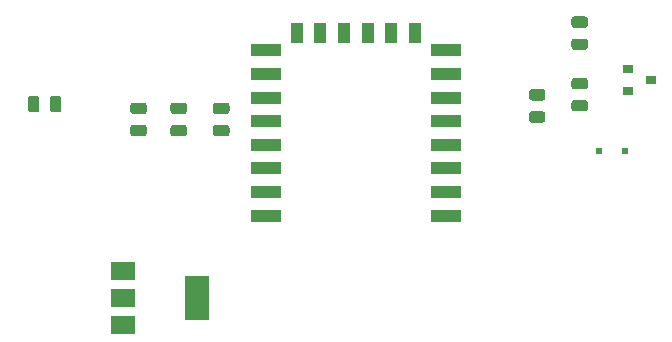
<source format=gbp>
G04 #@! TF.GenerationSoftware,KiCad,Pcbnew,5.1.12-84ad8e8a86~92~ubuntu20.04.1*
G04 #@! TF.CreationDate,2021-11-22T17:19:42+01:00*
G04 #@! TF.ProjectId,iotOnOff,696f744f-6e4f-4666-962e-6b696361645f,rev?*
G04 #@! TF.SameCoordinates,Original*
G04 #@! TF.FileFunction,Paste,Bot*
G04 #@! TF.FilePolarity,Positive*
%FSLAX46Y46*%
G04 Gerber Fmt 4.6, Leading zero omitted, Abs format (unit mm)*
G04 Created by KiCad (PCBNEW 5.1.12-84ad8e8a86~92~ubuntu20.04.1) date 2021-11-22 17:19:42*
%MOMM*%
%LPD*%
G01*
G04 APERTURE LIST*
%ADD10R,2.500000X1.000000*%
%ADD11R,1.000000X1.800000*%
%ADD12R,2.000000X3.800000*%
%ADD13R,2.000000X1.500000*%
%ADD14R,0.900000X0.800000*%
%ADD15R,0.500000X0.500000*%
G04 APERTURE END LIST*
D10*
X128550000Y-99650000D03*
X128550000Y-97650000D03*
X128550000Y-95650000D03*
X128550000Y-93650000D03*
X128550000Y-91650000D03*
X128550000Y-89650000D03*
X128550000Y-87650000D03*
X128550000Y-85650000D03*
D11*
X131150000Y-84150000D03*
X133150000Y-84150000D03*
X135150000Y-84150000D03*
X137150000Y-84150000D03*
X139150000Y-84150000D03*
X141150000Y-84150000D03*
D10*
X143750000Y-85650000D03*
X143750000Y-87650000D03*
X143750000Y-89650000D03*
X143750000Y-91650000D03*
X143750000Y-93650000D03*
X143750000Y-95650000D03*
X143750000Y-97650000D03*
X143750000Y-99650000D03*
D12*
X122700000Y-106600000D03*
D13*
X116400000Y-106600000D03*
X116400000Y-104300000D03*
X116400000Y-108900000D03*
G36*
G01*
X125206250Y-92925000D02*
X124293750Y-92925000D01*
G75*
G02*
X124050000Y-92681250I0J243750D01*
G01*
X124050000Y-92193750D01*
G75*
G02*
X124293750Y-91950000I243750J0D01*
G01*
X125206250Y-91950000D01*
G75*
G02*
X125450000Y-92193750I0J-243750D01*
G01*
X125450000Y-92681250D01*
G75*
G02*
X125206250Y-92925000I-243750J0D01*
G01*
G37*
G36*
G01*
X125206250Y-91050000D02*
X124293750Y-91050000D01*
G75*
G02*
X124050000Y-90806250I0J243750D01*
G01*
X124050000Y-90318750D01*
G75*
G02*
X124293750Y-90075000I243750J0D01*
G01*
X125206250Y-90075000D01*
G75*
G02*
X125450000Y-90318750I0J-243750D01*
G01*
X125450000Y-90806250D01*
G75*
G02*
X125206250Y-91050000I-243750J0D01*
G01*
G37*
G36*
G01*
X108375000Y-90656250D02*
X108375000Y-89743750D01*
G75*
G02*
X108618750Y-89500000I243750J0D01*
G01*
X109106250Y-89500000D01*
G75*
G02*
X109350000Y-89743750I0J-243750D01*
G01*
X109350000Y-90656250D01*
G75*
G02*
X109106250Y-90900000I-243750J0D01*
G01*
X108618750Y-90900000D01*
G75*
G02*
X108375000Y-90656250I0J243750D01*
G01*
G37*
G36*
G01*
X110250000Y-90656250D02*
X110250000Y-89743750D01*
G75*
G02*
X110493750Y-89500000I243750J0D01*
G01*
X110981250Y-89500000D01*
G75*
G02*
X111225000Y-89743750I0J-243750D01*
G01*
X111225000Y-90656250D01*
G75*
G02*
X110981250Y-90900000I-243750J0D01*
G01*
X110493750Y-90900000D01*
G75*
G02*
X110250000Y-90656250I0J243750D01*
G01*
G37*
G36*
G01*
X155556250Y-85625000D02*
X154643750Y-85625000D01*
G75*
G02*
X154400000Y-85381250I0J243750D01*
G01*
X154400000Y-84893750D01*
G75*
G02*
X154643750Y-84650000I243750J0D01*
G01*
X155556250Y-84650000D01*
G75*
G02*
X155800000Y-84893750I0J-243750D01*
G01*
X155800000Y-85381250D01*
G75*
G02*
X155556250Y-85625000I-243750J0D01*
G01*
G37*
G36*
G01*
X155556250Y-83750000D02*
X154643750Y-83750000D01*
G75*
G02*
X154400000Y-83506250I0J243750D01*
G01*
X154400000Y-83018750D01*
G75*
G02*
X154643750Y-82775000I243750J0D01*
G01*
X155556250Y-82775000D01*
G75*
G02*
X155800000Y-83018750I0J-243750D01*
G01*
X155800000Y-83506250D01*
G75*
G02*
X155556250Y-83750000I-243750J0D01*
G01*
G37*
G36*
G01*
X154643750Y-87975000D02*
X155556250Y-87975000D01*
G75*
G02*
X155800000Y-88218750I0J-243750D01*
G01*
X155800000Y-88706250D01*
G75*
G02*
X155556250Y-88950000I-243750J0D01*
G01*
X154643750Y-88950000D01*
G75*
G02*
X154400000Y-88706250I0J243750D01*
G01*
X154400000Y-88218750D01*
G75*
G02*
X154643750Y-87975000I243750J0D01*
G01*
G37*
G36*
G01*
X154643750Y-89850000D02*
X155556250Y-89850000D01*
G75*
G02*
X155800000Y-90093750I0J-243750D01*
G01*
X155800000Y-90581250D01*
G75*
G02*
X155556250Y-90825000I-243750J0D01*
G01*
X154643750Y-90825000D01*
G75*
G02*
X154400000Y-90581250I0J243750D01*
G01*
X154400000Y-90093750D01*
G75*
G02*
X154643750Y-89850000I243750J0D01*
G01*
G37*
G36*
G01*
X117293750Y-90075000D02*
X118206250Y-90075000D01*
G75*
G02*
X118450000Y-90318750I0J-243750D01*
G01*
X118450000Y-90806250D01*
G75*
G02*
X118206250Y-91050000I-243750J0D01*
G01*
X117293750Y-91050000D01*
G75*
G02*
X117050000Y-90806250I0J243750D01*
G01*
X117050000Y-90318750D01*
G75*
G02*
X117293750Y-90075000I243750J0D01*
G01*
G37*
G36*
G01*
X117293750Y-91950000D02*
X118206250Y-91950000D01*
G75*
G02*
X118450000Y-92193750I0J-243750D01*
G01*
X118450000Y-92681250D01*
G75*
G02*
X118206250Y-92925000I-243750J0D01*
G01*
X117293750Y-92925000D01*
G75*
G02*
X117050000Y-92681250I0J243750D01*
G01*
X117050000Y-92193750D01*
G75*
G02*
X117293750Y-91950000I243750J0D01*
G01*
G37*
D14*
X159150000Y-89100000D03*
X159150000Y-87200000D03*
X161150000Y-88150000D03*
D15*
X156700000Y-94150000D03*
X158900000Y-94150000D03*
G36*
G01*
X121606250Y-92925000D02*
X120693750Y-92925000D01*
G75*
G02*
X120450000Y-92681250I0J243750D01*
G01*
X120450000Y-92193750D01*
G75*
G02*
X120693750Y-91950000I243750J0D01*
G01*
X121606250Y-91950000D01*
G75*
G02*
X121850000Y-92193750I0J-243750D01*
G01*
X121850000Y-92681250D01*
G75*
G02*
X121606250Y-92925000I-243750J0D01*
G01*
G37*
G36*
G01*
X121606250Y-91050000D02*
X120693750Y-91050000D01*
G75*
G02*
X120450000Y-90806250I0J243750D01*
G01*
X120450000Y-90318750D01*
G75*
G02*
X120693750Y-90075000I243750J0D01*
G01*
X121606250Y-90075000D01*
G75*
G02*
X121850000Y-90318750I0J-243750D01*
G01*
X121850000Y-90806250D01*
G75*
G02*
X121606250Y-91050000I-243750J0D01*
G01*
G37*
G36*
G01*
X151956250Y-91775000D02*
X151043750Y-91775000D01*
G75*
G02*
X150800000Y-91531250I0J243750D01*
G01*
X150800000Y-91043750D01*
G75*
G02*
X151043750Y-90800000I243750J0D01*
G01*
X151956250Y-90800000D01*
G75*
G02*
X152200000Y-91043750I0J-243750D01*
G01*
X152200000Y-91531250D01*
G75*
G02*
X151956250Y-91775000I-243750J0D01*
G01*
G37*
G36*
G01*
X151956250Y-89900000D02*
X151043750Y-89900000D01*
G75*
G02*
X150800000Y-89656250I0J243750D01*
G01*
X150800000Y-89168750D01*
G75*
G02*
X151043750Y-88925000I243750J0D01*
G01*
X151956250Y-88925000D01*
G75*
G02*
X152200000Y-89168750I0J-243750D01*
G01*
X152200000Y-89656250D01*
G75*
G02*
X151956250Y-89900000I-243750J0D01*
G01*
G37*
M02*

</source>
